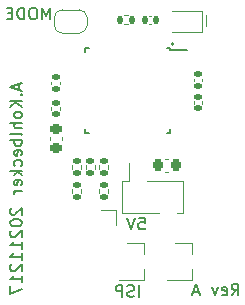
<source format=gbo>
G04 #@! TF.GenerationSoftware,KiCad,Pcbnew,(6.0.0-0)*
G04 #@! TF.CreationDate,2021-12-28T15:21:01+01:00*
G04 #@! TF.ProjectId,7segment,37736567-6d65-46e7-942e-6b696361645f,rev?*
G04 #@! TF.SameCoordinates,Original*
G04 #@! TF.FileFunction,Legend,Bot*
G04 #@! TF.FilePolarity,Positive*
%FSLAX46Y46*%
G04 Gerber Fmt 4.6, Leading zero omitted, Abs format (unit mm)*
G04 Created by KiCad (PCBNEW (6.0.0-0)) date 2021-12-28 15:21:01*
%MOMM*%
%LPD*%
G01*
G04 APERTURE LIST*
G04 Aperture macros list*
%AMRoundRect*
0 Rectangle with rounded corners*
0 $1 Rounding radius*
0 $2 $3 $4 $5 $6 $7 $8 $9 X,Y pos of 4 corners*
0 Add a 4 corners polygon primitive as box body*
4,1,4,$2,$3,$4,$5,$6,$7,$8,$9,$2,$3,0*
0 Add four circle primitives for the rounded corners*
1,1,$1+$1,$2,$3*
1,1,$1+$1,$4,$5*
1,1,$1+$1,$6,$7*
1,1,$1+$1,$8,$9*
0 Add four rect primitives between the rounded corners*
20,1,$1+$1,$2,$3,$4,$5,0*
20,1,$1+$1,$4,$5,$6,$7,0*
20,1,$1+$1,$6,$7,$8,$9,0*
20,1,$1+$1,$8,$9,$2,$3,0*%
%AMFreePoly0*
4,1,20,0.000000,0.744959,0.073905,0.744508,0.209726,0.703889,0.328688,0.626782,0.421226,0.519385,0.479903,0.390333,0.500000,0.250000,0.500000,-0.250000,0.499851,-0.262216,0.476331,-0.402017,0.414519,-0.529596,0.319384,-0.634700,0.198574,-0.708877,0.061801,-0.746166,0.000000,-0.745033,0.000000,-0.750000,-0.500000,-0.750000,-0.500000,0.750000,0.000000,0.750000,0.000000,0.744959,
0.000000,0.744959,$1*%
%AMFreePoly1*
4,1,22,0.500000,-0.750000,0.000000,-0.750000,0.000000,-0.745033,-0.079941,-0.743568,-0.215256,-0.701293,-0.333266,-0.622738,-0.424486,-0.514219,-0.481581,-0.384460,-0.499164,-0.250000,-0.500000,-0.250000,-0.500000,0.250000,-0.499164,0.250000,-0.499963,0.256109,-0.478152,0.396186,-0.417904,0.524511,-0.324060,0.630769,-0.204165,0.706417,-0.067858,0.745374,0.000000,0.744959,0.000000,0.750000,
0.500000,0.750000,0.500000,-0.750000,0.500000,-0.750000,$1*%
G04 Aperture macros list end*
%ADD10C,0.120000*%
%ADD11C,0.153000*%
%ADD12C,0.150000*%
%ADD13C,1.700000*%
%ADD14R,1.500000X1.500000*%
%ADD15R,0.900000X0.800000*%
%ADD16R,1.000000X2.510000*%
%ADD17O,1.700000X1.700000*%
%ADD18R,1.700000X1.700000*%
%ADD19RoundRect,0.135000X0.185000X-0.135000X0.185000X0.135000X-0.185000X0.135000X-0.185000X-0.135000X0*%
%ADD20RoundRect,0.140000X-0.140000X-0.170000X0.140000X-0.170000X0.140000X0.170000X-0.140000X0.170000X0*%
%ADD21R,0.500000X0.500000*%
%ADD22RoundRect,0.135000X0.135000X0.185000X-0.135000X0.185000X-0.135000X-0.185000X0.135000X-0.185000X0*%
%ADD23FreePoly0,180.000000*%
%ADD24FreePoly1,180.000000*%
%ADD25RoundRect,0.225000X-0.225000X-0.250000X0.225000X-0.250000X0.225000X0.250000X-0.225000X0.250000X0*%
%ADD26RoundRect,0.140000X0.170000X-0.140000X0.170000X0.140000X-0.170000X0.140000X-0.170000X-0.140000X0*%
%ADD27RoundRect,0.218750X-0.256250X0.218750X-0.256250X-0.218750X0.256250X-0.218750X0.256250X0.218750X0*%
%ADD28R,0.550000X1.600000*%
%ADD29R,1.600000X0.550000*%
G04 APERTURE END LIST*
D10*
X137287000Y-106426000D02*
G75*
G03*
X137287000Y-106426000I-127000J0D01*
G01*
X139954000Y-104013000D02*
X139954000Y-104902000D01*
D11*
X124118666Y-109831761D02*
X124118666Y-110307952D01*
X124404380Y-109736523D02*
X123404380Y-110069857D01*
X124404380Y-110403190D01*
X124309142Y-110736523D02*
X124356761Y-110784142D01*
X124404380Y-110736523D01*
X124356761Y-110688904D01*
X124309142Y-110736523D01*
X124404380Y-110736523D01*
X124404380Y-111212714D02*
X123404380Y-111212714D01*
X124404380Y-111784142D02*
X123832952Y-111355571D01*
X123404380Y-111784142D02*
X123975809Y-111212714D01*
X124404380Y-112355571D02*
X124356761Y-112260333D01*
X124309142Y-112212714D01*
X124213904Y-112165095D01*
X123928190Y-112165095D01*
X123832952Y-112212714D01*
X123785333Y-112260333D01*
X123737714Y-112355571D01*
X123737714Y-112498428D01*
X123785333Y-112593666D01*
X123832952Y-112641285D01*
X123928190Y-112688904D01*
X124213904Y-112688904D01*
X124309142Y-112641285D01*
X124356761Y-112593666D01*
X124404380Y-112498428D01*
X124404380Y-112355571D01*
X124404380Y-113117476D02*
X123404380Y-113117476D01*
X124404380Y-113546047D02*
X123880571Y-113546047D01*
X123785333Y-113498428D01*
X123737714Y-113403190D01*
X123737714Y-113260333D01*
X123785333Y-113165095D01*
X123832952Y-113117476D01*
X124404380Y-114165095D02*
X124356761Y-114069857D01*
X124261523Y-114022238D01*
X123404380Y-114022238D01*
X124404380Y-114546047D02*
X123404380Y-114546047D01*
X123785333Y-114546047D02*
X123737714Y-114641285D01*
X123737714Y-114831761D01*
X123785333Y-114927000D01*
X123832952Y-114974619D01*
X123928190Y-115022238D01*
X124213904Y-115022238D01*
X124309142Y-114974619D01*
X124356761Y-114927000D01*
X124404380Y-114831761D01*
X124404380Y-114641285D01*
X124356761Y-114546047D01*
X124356761Y-115831761D02*
X124404380Y-115736523D01*
X124404380Y-115546047D01*
X124356761Y-115450809D01*
X124261523Y-115403190D01*
X123880571Y-115403190D01*
X123785333Y-115450809D01*
X123737714Y-115546047D01*
X123737714Y-115736523D01*
X123785333Y-115831761D01*
X123880571Y-115879380D01*
X123975809Y-115879380D01*
X124071047Y-115403190D01*
X124356761Y-116736523D02*
X124404380Y-116641285D01*
X124404380Y-116450809D01*
X124356761Y-116355571D01*
X124309142Y-116307952D01*
X124213904Y-116260333D01*
X123928190Y-116260333D01*
X123832952Y-116307952D01*
X123785333Y-116355571D01*
X123737714Y-116450809D01*
X123737714Y-116641285D01*
X123785333Y-116736523D01*
X124404380Y-117165095D02*
X123404380Y-117165095D01*
X124023428Y-117260333D02*
X124404380Y-117546047D01*
X123737714Y-117546047D02*
X124118666Y-117165095D01*
X124356761Y-118355571D02*
X124404380Y-118260333D01*
X124404380Y-118069857D01*
X124356761Y-117974619D01*
X124261523Y-117927000D01*
X123880571Y-117927000D01*
X123785333Y-117974619D01*
X123737714Y-118069857D01*
X123737714Y-118260333D01*
X123785333Y-118355571D01*
X123880571Y-118403190D01*
X123975809Y-118403190D01*
X124071047Y-117927000D01*
X124404380Y-118831761D02*
X123737714Y-118831761D01*
X123928190Y-118831761D02*
X123832952Y-118879380D01*
X123785333Y-118927000D01*
X123737714Y-119022238D01*
X123737714Y-119117476D01*
X123499619Y-120332785D02*
X123452000Y-120380404D01*
X123404380Y-120475642D01*
X123404380Y-120713737D01*
X123452000Y-120808975D01*
X123499619Y-120856594D01*
X123594857Y-120904213D01*
X123690095Y-120904213D01*
X123832952Y-120856594D01*
X124404380Y-120285166D01*
X124404380Y-120904213D01*
X123404380Y-121523261D02*
X123404380Y-121618499D01*
X123452000Y-121713737D01*
X123499619Y-121761356D01*
X123594857Y-121808975D01*
X123785333Y-121856594D01*
X124023428Y-121856594D01*
X124213904Y-121808975D01*
X124309142Y-121761356D01*
X124356761Y-121713737D01*
X124404380Y-121618499D01*
X124404380Y-121523261D01*
X124356761Y-121428023D01*
X124309142Y-121380404D01*
X124213904Y-121332785D01*
X124023428Y-121285166D01*
X123785333Y-121285166D01*
X123594857Y-121332785D01*
X123499619Y-121380404D01*
X123452000Y-121428023D01*
X123404380Y-121523261D01*
X123499619Y-122237547D02*
X123452000Y-122285166D01*
X123404380Y-122380404D01*
X123404380Y-122618499D01*
X123452000Y-122713737D01*
X123499619Y-122761356D01*
X123594857Y-122808975D01*
X123690095Y-122808975D01*
X123832952Y-122761356D01*
X124404380Y-122189928D01*
X124404380Y-122808975D01*
X124404380Y-123761356D02*
X124404380Y-123189928D01*
X124404380Y-123475642D02*
X123404380Y-123475642D01*
X123547238Y-123380404D01*
X123642476Y-123285166D01*
X123690095Y-123189928D01*
X124404380Y-124713737D02*
X124404380Y-124142309D01*
X124404380Y-124428023D02*
X123404380Y-124428023D01*
X123547238Y-124332785D01*
X123642476Y-124237547D01*
X123690095Y-124142309D01*
X123499619Y-125094690D02*
X123452000Y-125142309D01*
X123404380Y-125237547D01*
X123404380Y-125475642D01*
X123452000Y-125570880D01*
X123499619Y-125618499D01*
X123594857Y-125666118D01*
X123690095Y-125666118D01*
X123832952Y-125618499D01*
X124404380Y-125047071D01*
X124404380Y-125666118D01*
X124404380Y-126618499D02*
X124404380Y-126047071D01*
X124404380Y-126332785D02*
X123404380Y-126332785D01*
X123547238Y-126237547D01*
X123642476Y-126142309D01*
X123690095Y-126047071D01*
X123404380Y-126951833D02*
X123404380Y-127618499D01*
X124404380Y-127189928D01*
D12*
X134326190Y-127833380D02*
X134326190Y-126833380D01*
X133897619Y-127785761D02*
X133754761Y-127833380D01*
X133516666Y-127833380D01*
X133421428Y-127785761D01*
X133373809Y-127738142D01*
X133326190Y-127642904D01*
X133326190Y-127547666D01*
X133373809Y-127452428D01*
X133421428Y-127404809D01*
X133516666Y-127357190D01*
X133707142Y-127309571D01*
X133802380Y-127261952D01*
X133850000Y-127214333D01*
X133897619Y-127119095D01*
X133897619Y-127023857D01*
X133850000Y-126928619D01*
X133802380Y-126881000D01*
X133707142Y-126833380D01*
X133469047Y-126833380D01*
X133326190Y-126881000D01*
X132897619Y-127833380D02*
X132897619Y-126833380D01*
X132516666Y-126833380D01*
X132421428Y-126881000D01*
X132373809Y-126928619D01*
X132326190Y-127023857D01*
X132326190Y-127166714D01*
X132373809Y-127261952D01*
X132421428Y-127309571D01*
X132516666Y-127357190D01*
X132897619Y-127357190D01*
D11*
X142152523Y-127706380D02*
X142485857Y-127230190D01*
X142723952Y-127706380D02*
X142723952Y-126706380D01*
X142343000Y-126706380D01*
X142247761Y-126754000D01*
X142200142Y-126801619D01*
X142152523Y-126896857D01*
X142152523Y-127039714D01*
X142200142Y-127134952D01*
X142247761Y-127182571D01*
X142343000Y-127230190D01*
X142723952Y-127230190D01*
X141343000Y-127658761D02*
X141438238Y-127706380D01*
X141628714Y-127706380D01*
X141723952Y-127658761D01*
X141771571Y-127563523D01*
X141771571Y-127182571D01*
X141723952Y-127087333D01*
X141628714Y-127039714D01*
X141438238Y-127039714D01*
X141343000Y-127087333D01*
X141295380Y-127182571D01*
X141295380Y-127277809D01*
X141771571Y-127373047D01*
X140962047Y-127039714D02*
X140723952Y-127706380D01*
X140485857Y-127039714D01*
X139390619Y-127420666D02*
X138914428Y-127420666D01*
X139485857Y-127706380D02*
X139152523Y-126706380D01*
X138819190Y-127706380D01*
D12*
X134302476Y-121118380D02*
X134778666Y-121118380D01*
X134826285Y-121594571D01*
X134778666Y-121546952D01*
X134683428Y-121499333D01*
X134445333Y-121499333D01*
X134350095Y-121546952D01*
X134302476Y-121594571D01*
X134254857Y-121689809D01*
X134254857Y-121927904D01*
X134302476Y-122023142D01*
X134350095Y-122070761D01*
X134445333Y-122118380D01*
X134683428Y-122118380D01*
X134778666Y-122070761D01*
X134826285Y-122023142D01*
X133969142Y-121118380D02*
X133635809Y-122118380D01*
X133302476Y-121118380D01*
D11*
X126777523Y-104338380D02*
X126777523Y-103338380D01*
X126444190Y-104052666D01*
X126110857Y-103338380D01*
X126110857Y-104338380D01*
X125444190Y-103338380D02*
X125253714Y-103338380D01*
X125158476Y-103386000D01*
X125063238Y-103481238D01*
X125015619Y-103671714D01*
X125015619Y-104005047D01*
X125063238Y-104195523D01*
X125158476Y-104290761D01*
X125253714Y-104338380D01*
X125444190Y-104338380D01*
X125539428Y-104290761D01*
X125634666Y-104195523D01*
X125682285Y-104005047D01*
X125682285Y-103671714D01*
X125634666Y-103481238D01*
X125539428Y-103386000D01*
X125444190Y-103338380D01*
X124587047Y-104338380D02*
X124587047Y-103338380D01*
X124348952Y-103338380D01*
X124206095Y-103386000D01*
X124110857Y-103481238D01*
X124063238Y-103576476D01*
X124015619Y-103766952D01*
X124015619Y-103909809D01*
X124063238Y-104100285D01*
X124110857Y-104195523D01*
X124206095Y-104290761D01*
X124348952Y-104338380D01*
X124587047Y-104338380D01*
X123587047Y-103814571D02*
X123253714Y-103814571D01*
X123110857Y-104338380D02*
X123587047Y-104338380D01*
X123587047Y-103338380D01*
X123110857Y-103338380D01*
D10*
X134745000Y-123261000D02*
X133285000Y-123261000D01*
X134745000Y-126421000D02*
X134745000Y-125491000D01*
X134745000Y-126421000D02*
X132585000Y-126421000D01*
X134745000Y-123261000D02*
X134745000Y-124191000D01*
X138070000Y-118050000D02*
X138070000Y-120710000D01*
X132870000Y-120710000D02*
X135980000Y-120710000D01*
X134960000Y-118050000D02*
X138070000Y-118050000D01*
X132870000Y-118050000D02*
X132870000Y-120710000D01*
X133440000Y-118050000D02*
X133440000Y-116530000D01*
X137500000Y-120710000D02*
X138070000Y-120710000D01*
X132870000Y-118050000D02*
X133440000Y-118050000D01*
X138809000Y-126421000D02*
X138809000Y-125491000D01*
X138809000Y-123261000D02*
X138809000Y-124191000D01*
X138809000Y-123261000D02*
X137349000Y-123261000D01*
X138809000Y-126421000D02*
X136649000Y-126421000D01*
X130555000Y-116993641D02*
X130555000Y-116686359D01*
X129795000Y-116993641D02*
X129795000Y-116686359D01*
X129412000Y-119025641D02*
X129412000Y-118718359D01*
X128652000Y-119025641D02*
X128652000Y-118718359D01*
X131698000Y-116993641D02*
X131698000Y-116686359D01*
X130938000Y-116993641D02*
X130938000Y-116686359D01*
X131698000Y-119025641D02*
X131698000Y-118718359D01*
X130938000Y-119025641D02*
X130938000Y-118718359D01*
X135147164Y-104754000D02*
X135362836Y-104754000D01*
X135147164Y-104034000D02*
X135362836Y-104034000D01*
X139676000Y-103671000D02*
X137126000Y-103671000D01*
X139676000Y-105371000D02*
X137126000Y-105371000D01*
X139676000Y-103671000D02*
X139676000Y-105371000D01*
X133376641Y-104014000D02*
X133069359Y-104014000D01*
X133376641Y-104774000D02*
X133069359Y-104774000D01*
X127824000Y-103521000D02*
G75*
G03*
X127124000Y-104221000I-1J-699999D01*
G01*
X127124000Y-104821000D02*
G75*
G03*
X127824000Y-105521000I699999J-1D01*
G01*
X129924000Y-104221000D02*
G75*
G03*
X129224000Y-103521000I-699999J1D01*
G01*
X129224000Y-105521000D02*
G75*
G03*
X129924000Y-104821000I1J699999D01*
G01*
X127124000Y-104221000D02*
X127124000Y-104821000D01*
X127824000Y-105521000D02*
X129224000Y-105521000D01*
X129224000Y-103521000D02*
X127824000Y-103521000D01*
X129924000Y-104821000D02*
X129924000Y-104221000D01*
X132394000Y-121793000D02*
X132394000Y-120463000D01*
X132394000Y-120463000D02*
X131064000Y-120463000D01*
X136511420Y-116203000D02*
X136792580Y-116203000D01*
X136511420Y-117223000D02*
X136792580Y-117223000D01*
X129412000Y-116993641D02*
X129412000Y-116686359D01*
X128652000Y-116993641D02*
X128652000Y-116686359D01*
X127614000Y-111994836D02*
X127614000Y-111779164D01*
X126894000Y-111994836D02*
X126894000Y-111779164D01*
X138959000Y-111486836D02*
X138959000Y-111271164D01*
X139679000Y-111486836D02*
X139679000Y-111271164D01*
X126894000Y-109835836D02*
X126894000Y-109620164D01*
X127614000Y-109835836D02*
X127614000Y-109620164D01*
X127764000Y-114264221D02*
X127764000Y-114589779D01*
X126744000Y-114264221D02*
X126744000Y-114589779D01*
X139679000Y-109581836D02*
X139679000Y-109366164D01*
X138959000Y-109581836D02*
X138959000Y-109366164D01*
D12*
X136975000Y-113988000D02*
X136975000Y-113663000D01*
X136975000Y-106963000D02*
X138400000Y-106963000D01*
X136975000Y-113988000D02*
X136650000Y-113988000D01*
X129725000Y-113988000D02*
X129725000Y-113663000D01*
X129725000Y-106738000D02*
X129725000Y-107063000D01*
X129725000Y-113988000D02*
X130050000Y-113988000D01*
X136975000Y-106738000D02*
X136650000Y-106738000D01*
X129725000Y-106738000D02*
X130050000Y-106738000D01*
X136975000Y-106738000D02*
X136975000Y-106963000D01*
%LPC*%
D13*
X140970000Y-105410000D03*
X140970000Y-107950000D03*
X140970000Y-110490000D03*
X140970000Y-113030000D03*
X140970000Y-115570000D03*
X140970000Y-118110000D03*
X140970000Y-120650000D03*
X140970000Y-123190000D03*
X140970000Y-125730000D03*
X125730000Y-125730000D03*
X125730000Y-123190000D03*
X125730000Y-120650000D03*
X125730000Y-118110000D03*
X125730000Y-115570000D03*
X125730000Y-113030000D03*
X125730000Y-110490000D03*
X125730000Y-107950000D03*
D14*
X125730000Y-105410000D03*
D15*
X132985000Y-125791000D03*
X132985000Y-123891000D03*
X134985000Y-124841000D03*
D16*
X136740000Y-121035000D03*
X134200000Y-117725000D03*
D17*
X121920000Y-104140000D03*
X121920000Y-106680000D03*
X121920000Y-109220000D03*
X121920000Y-111760000D03*
X121920000Y-114300000D03*
X121920000Y-116840000D03*
X121920000Y-119380000D03*
X121920000Y-121920000D03*
X121920000Y-124460000D03*
D18*
X121920000Y-127000000D03*
D15*
X137049000Y-125791000D03*
X137049000Y-123891000D03*
X139049000Y-124841000D03*
D19*
X130175000Y-116330000D03*
X130175000Y-117350000D03*
X129032000Y-119382000D03*
X129032000Y-118362000D03*
X131318000Y-116330000D03*
X131318000Y-117350000D03*
X131318000Y-119382000D03*
X131318000Y-118362000D03*
D20*
X135735000Y-104394000D03*
X134775000Y-104394000D03*
D21*
X137076000Y-104521000D03*
X139276000Y-104521000D03*
D22*
X132713000Y-104394000D03*
X133733000Y-104394000D03*
D23*
X127874000Y-104521000D03*
D24*
X129174000Y-104521000D03*
D17*
X128524000Y-126873000D03*
X131064000Y-126873000D03*
X128524000Y-124333000D03*
X131064000Y-124333000D03*
X128524000Y-121793000D03*
D18*
X131064000Y-121793000D03*
D25*
X135877000Y-116713000D03*
X137427000Y-116713000D03*
D19*
X129032000Y-116330000D03*
X129032000Y-117350000D03*
D26*
X127254000Y-111407000D03*
X127254000Y-112367000D03*
X139319000Y-110899000D03*
X139319000Y-111859000D03*
X127254000Y-109248000D03*
X127254000Y-110208000D03*
D27*
X127254000Y-115214500D03*
X127254000Y-113639500D03*
D26*
X139319000Y-108994000D03*
X139319000Y-109954000D03*
D28*
X136150000Y-106113000D03*
X135350000Y-106113000D03*
X134550000Y-106113000D03*
X133750000Y-106113000D03*
X132950000Y-106113000D03*
X132150000Y-106113000D03*
X131350000Y-106113000D03*
X130550000Y-106113000D03*
D29*
X129100000Y-107563000D03*
X129100000Y-108363000D03*
X129100000Y-109163000D03*
X129100000Y-109963000D03*
X129100000Y-110763000D03*
X129100000Y-111563000D03*
X129100000Y-112363000D03*
X129100000Y-113163000D03*
D28*
X130550000Y-114613000D03*
X131350000Y-114613000D03*
X132150000Y-114613000D03*
X132950000Y-114613000D03*
X133750000Y-114613000D03*
X134550000Y-114613000D03*
X135350000Y-114613000D03*
X136150000Y-114613000D03*
D29*
X137600000Y-113163000D03*
X137600000Y-112363000D03*
X137600000Y-111563000D03*
X137600000Y-110763000D03*
X137600000Y-109963000D03*
X137600000Y-109163000D03*
X137600000Y-108363000D03*
X137600000Y-107563000D03*
M02*

</source>
